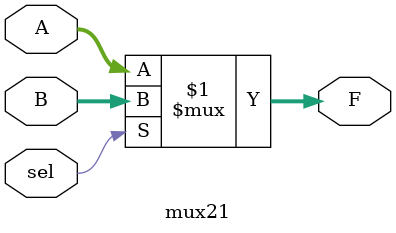
<source format=v>
module mux21 #( parameter WIDTH=4 ) (
  input [WIDTH-1:0] A, B,
  input sel,
  output [WIDTH-1:0] F
);

  assign F = sel ? B : A;

endmodule

</source>
